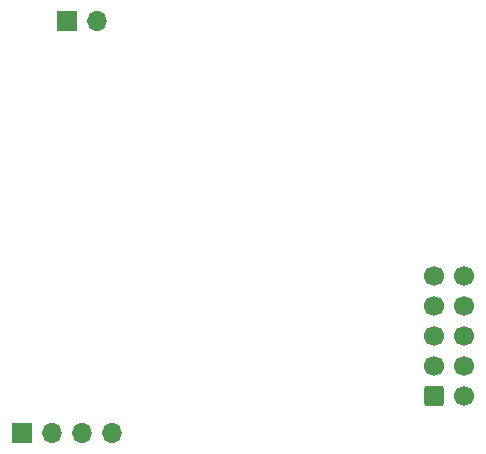
<source format=gbr>
%TF.GenerationSoftware,KiCad,Pcbnew,(6.0.11)*%
%TF.CreationDate,2023-03-20T00:38:49+01:00*%
%TF.ProjectId,prusa-lcd-reader-rounded,70727573-612d-46c6-9364-2d7265616465,rev?*%
%TF.SameCoordinates,Original*%
%TF.FileFunction,Soldermask,Bot*%
%TF.FilePolarity,Negative*%
%FSLAX46Y46*%
G04 Gerber Fmt 4.6, Leading zero omitted, Abs format (unit mm)*
G04 Created by KiCad (PCBNEW (6.0.11)) date 2023-03-20 00:38:49*
%MOMM*%
%LPD*%
G01*
G04 APERTURE LIST*
G04 Aperture macros list*
%AMRoundRect*
0 Rectangle with rounded corners*
0 $1 Rounding radius*
0 $2 $3 $4 $5 $6 $7 $8 $9 X,Y pos of 4 corners*
0 Add a 4 corners polygon primitive as box body*
4,1,4,$2,$3,$4,$5,$6,$7,$8,$9,$2,$3,0*
0 Add four circle primitives for the rounded corners*
1,1,$1+$1,$2,$3*
1,1,$1+$1,$4,$5*
1,1,$1+$1,$6,$7*
1,1,$1+$1,$8,$9*
0 Add four rect primitives between the rounded corners*
20,1,$1+$1,$2,$3,$4,$5,0*
20,1,$1+$1,$4,$5,$6,$7,0*
20,1,$1+$1,$6,$7,$8,$9,0*
20,1,$1+$1,$8,$9,$2,$3,0*%
G04 Aperture macros list end*
%ADD10R,1.700000X1.700000*%
%ADD11O,1.700000X1.700000*%
%ADD12RoundRect,0.250000X-0.600000X-0.600000X0.600000X-0.600000X0.600000X0.600000X-0.600000X0.600000X0*%
%ADD13C,1.700000*%
G04 APERTURE END LIST*
D10*
%TO.C,J3*%
X115570000Y-103505000D03*
D11*
X118110000Y-103505000D03*
X120650000Y-103505000D03*
X123190000Y-103505000D03*
%TD*%
%TO.C,J2*%
X121915000Y-68580000D03*
D10*
X119375000Y-68580000D03*
%TD*%
D12*
%TO.C,J1*%
X150495000Y-100330000D03*
D13*
X153035000Y-100330000D03*
X150495000Y-97790000D03*
X153035000Y-97790000D03*
X150495000Y-95250000D03*
X153035000Y-95250000D03*
X150495000Y-92710000D03*
X153035000Y-92710000D03*
X150495000Y-90170000D03*
X153035000Y-90170000D03*
%TD*%
M02*

</source>
